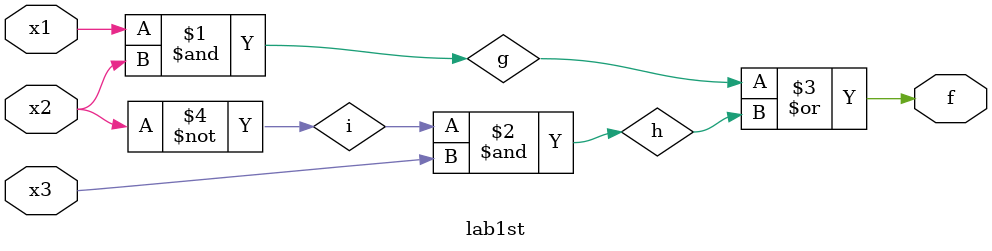
<source format=v>
module lab1st(x1,x2,x3,f);
input x1,x2,x3;
output f;
and(g,x1,x2);
not(i,x2);
and(h,i,x3);
or(f,g,h);
endmodule

</source>
